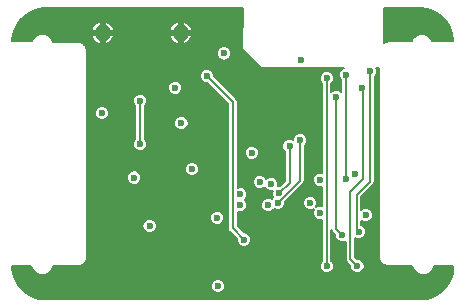
<source format=gbr>
G04 #@! TF.GenerationSoftware,KiCad,Pcbnew,(5.0.1-3-g963ef8bb5)*
G04 #@! TF.CreationDate,2019-06-21T09:44:15-10:00*
G04 #@! TF.ProjectId,OpenHAK_03,4F70656E48414B5F30332E6B69636164,rev?*
G04 #@! TF.SameCoordinates,Original*
G04 #@! TF.FileFunction,Copper,L3,Inr,Signal*
G04 #@! TF.FilePolarity,Positive*
%FSLAX46Y46*%
G04 Gerber Fmt 4.6, Leading zero omitted, Abs format (unit mm)*
G04 Created by KiCad (PCBNEW (5.0.1-3-g963ef8bb5)) date Friday, June 21, 2019 at 09:44:15 AM*
%MOMM*%
%LPD*%
G01*
G04 APERTURE LIST*
G04 #@! TA.AperFunction,ViaPad*
%ADD10O,1.400000X1.400000*%
G04 #@! TD*
G04 #@! TA.AperFunction,ViaPad*
%ADD11C,0.600000*%
G04 #@! TD*
G04 #@! TA.AperFunction,Conductor*
%ADD12C,0.200000*%
G04 #@! TD*
G04 #@! TA.AperFunction,Conductor*
%ADD13C,0.180000*%
G04 #@! TD*
G04 APERTURE END LIST*
D10*
G04 #@! TO.N,GND*
G04 #@! TO.C,P2*
X135984220Y-87945647D03*
X129384220Y-87945647D03*
G04 #@! TD*
D11*
G04 #@! TO.N,GND*
X125740880Y-88293860D03*
X122740880Y-88293860D03*
X122740880Y-108093860D03*
X125740880Y-108093860D03*
X155040880Y-108093860D03*
X158040880Y-108093860D03*
X157940880Y-88293860D03*
X154940880Y-88293860D03*
X143962120Y-92710000D03*
X147245879Y-96616061D03*
X139324100Y-95603060D03*
X135415880Y-99543860D03*
X136965880Y-100518860D03*
X151593860Y-102193860D03*
G04 #@! TO.N,VDD*
X139639205Y-89692124D03*
X143640872Y-100768860D03*
X139065880Y-103593860D03*
X147740880Y-100393860D03*
X151640880Y-103393860D03*
X139140880Y-109393860D03*
X150740880Y-99893852D03*
X133340880Y-104293860D03*
G04 #@! TO.N,VPP*
X136040880Y-95593860D03*
X132040880Y-100193860D03*
G04 #@! TO.N,/MAX_INT*
X146143980Y-90228420D03*
X141990880Y-98093860D03*
G04 #@! TO.N,/BMI_INT2*
X149990880Y-91493860D03*
X149963070Y-100294368D03*
G04 #@! TO.N,/BMI_INT1*
X152000000Y-91200000D03*
X151040880Y-104793860D03*
G04 #@! TO.N,Net-(D3-Pad3)*
X135515880Y-92593860D03*
X129315880Y-94743860D03*
G04 #@! TO.N,Net-(R13-Pad1)*
X132540880Y-93693860D03*
X132540880Y-97368860D03*
G04 #@! TO.N,+1V8*
X143390880Y-102543860D03*
X142665880Y-100568860D03*
X136940880Y-99493860D03*
G04 #@! TO.N,/1V8_SCL*
X141015880Y-102543870D03*
G04 #@! TO.N,/3V3_SCL*
X144219234Y-102334559D03*
X146090880Y-97043858D03*
X146940880Y-102343860D03*
G04 #@! TO.N,/1V8_SDA*
X141015874Y-101618860D03*
G04 #@! TO.N,/3V3_SDA*
X144340880Y-101543860D03*
X145190876Y-97543860D03*
X147740880Y-103193860D03*
G04 #@! TO.N,/PIN_25*
X148340880Y-107693862D03*
X148340884Y-91793860D03*
G04 #@! TO.N,Net-(C10-Pad1)*
X138190880Y-91593860D03*
X141340880Y-105443860D03*
G04 #@! TO.N,/PIN_24*
X149140880Y-93393860D03*
X149640880Y-105093860D03*
G04 #@! TO.N,/PIN_21*
X151340880Y-92593860D03*
X150940880Y-107693860D03*
G04 #@! TD*
D12*
G04 #@! TO.N,/BMI_INT2*
X149940880Y-91543860D02*
X149940880Y-100343860D01*
X149940880Y-100343860D02*
X149990880Y-100293860D01*
X149990880Y-91493860D02*
X149940880Y-91543860D01*
G04 #@! TO.N,/BMI_INT1*
X150880000Y-104632980D02*
X150880000Y-101654740D01*
X152000000Y-100534740D02*
X152000000Y-91200000D01*
X150880000Y-101654740D02*
X152000000Y-100534740D01*
X151040880Y-104793860D02*
X150880000Y-104632980D01*
G04 #@! TO.N,Net-(R13-Pad1)*
X132540880Y-97368860D02*
X132540880Y-93693860D01*
D13*
G04 #@! TO.N,/3V3_SCL*
X146090880Y-100462913D02*
X146090880Y-97043858D01*
X144219234Y-102334559D02*
X146090880Y-100462913D01*
D12*
G04 #@! TO.N,/3V3_SDA*
X144340880Y-101543860D02*
X145190876Y-100693864D01*
X145190876Y-100693864D02*
X145190876Y-97543860D01*
G04 #@! TO.N,/PIN_25*
X148340880Y-107693862D02*
X148340880Y-91793864D01*
X148340880Y-91793864D02*
X148340884Y-91793860D01*
G04 #@! TO.N,Net-(C10-Pad1)*
X140390881Y-104493861D02*
X141340880Y-105443860D01*
X140390881Y-93793861D02*
X140390881Y-104493861D01*
X138190880Y-91593860D02*
X140390881Y-93793861D01*
G04 #@! TO.N,/PIN_24*
X149140880Y-104593860D02*
X149640880Y-105093860D01*
X149140880Y-93393860D02*
X149140880Y-104593860D01*
G04 #@! TO.N,/PIN_21*
X150340880Y-107093860D02*
X150940880Y-107693860D01*
X150340880Y-101393860D02*
X150340880Y-107093860D01*
X151440880Y-100293860D02*
X150340880Y-101393860D01*
X151440880Y-92693860D02*
X151440880Y-100293860D01*
X151340880Y-92593860D02*
X151440880Y-92693860D01*
G04 #@! TD*
G04 #@! TO.N,GND*
G36*
X141204884Y-89302915D02*
X141212492Y-89342128D01*
X141234169Y-89374571D01*
X142758169Y-90898571D01*
X142790612Y-90920248D01*
X142828880Y-90927860D01*
X149789449Y-90927860D01*
X149651007Y-90985204D01*
X149482224Y-91153987D01*
X149390880Y-91374513D01*
X149390880Y-91613207D01*
X149482224Y-91833733D01*
X149540880Y-91892389D01*
X149540880Y-92945331D01*
X149480753Y-92885204D01*
X149260227Y-92793860D01*
X149021533Y-92793860D01*
X148801007Y-92885204D01*
X148740880Y-92945331D01*
X148740880Y-92242393D01*
X148849540Y-92133733D01*
X148940884Y-91913207D01*
X148940884Y-91674513D01*
X148849540Y-91453987D01*
X148680757Y-91285204D01*
X148460231Y-91193860D01*
X148221537Y-91193860D01*
X148001011Y-91285204D01*
X147832228Y-91453987D01*
X147740884Y-91674513D01*
X147740884Y-91913207D01*
X147832228Y-92133733D01*
X147940881Y-92242386D01*
X147940880Y-99827267D01*
X147860227Y-99793860D01*
X147621533Y-99793860D01*
X147401007Y-99885204D01*
X147232224Y-100053987D01*
X147140880Y-100274513D01*
X147140880Y-100513207D01*
X147232224Y-100733733D01*
X147401007Y-100902516D01*
X147621533Y-100993860D01*
X147860227Y-100993860D01*
X147940880Y-100960453D01*
X147940880Y-102627267D01*
X147860227Y-102593860D01*
X147621533Y-102593860D01*
X147458851Y-102661244D01*
X147540880Y-102463207D01*
X147540880Y-102224513D01*
X147449536Y-102003987D01*
X147280753Y-101835204D01*
X147060227Y-101743860D01*
X146821533Y-101743860D01*
X146601007Y-101835204D01*
X146432224Y-102003987D01*
X146340880Y-102224513D01*
X146340880Y-102463207D01*
X146432224Y-102683733D01*
X146601007Y-102852516D01*
X146821533Y-102943860D01*
X147060227Y-102943860D01*
X147222909Y-102876476D01*
X147140880Y-103074513D01*
X147140880Y-103313207D01*
X147232224Y-103533733D01*
X147401007Y-103702516D01*
X147621533Y-103793860D01*
X147860227Y-103793860D01*
X147940880Y-103760453D01*
X147940880Y-107245333D01*
X147832224Y-107353989D01*
X147740880Y-107574515D01*
X147740880Y-107813209D01*
X147832224Y-108033735D01*
X148001007Y-108202518D01*
X148221533Y-108293862D01*
X148460227Y-108293862D01*
X148680753Y-108202518D01*
X148849536Y-108033735D01*
X148940880Y-107813209D01*
X148940880Y-107574515D01*
X148849536Y-107353989D01*
X148740880Y-107245333D01*
X148740880Y-104633254D01*
X148764089Y-104749931D01*
X148764090Y-104749932D01*
X148852497Y-104882244D01*
X148885896Y-104904560D01*
X149040880Y-105059544D01*
X149040880Y-105213207D01*
X149132224Y-105433733D01*
X149301007Y-105602516D01*
X149521533Y-105693860D01*
X149760227Y-105693860D01*
X149940881Y-105619031D01*
X149940881Y-107054462D01*
X149933044Y-107093860D01*
X149964089Y-107249931D01*
X149964090Y-107249932D01*
X150052497Y-107382244D01*
X150085896Y-107404560D01*
X150340880Y-107659545D01*
X150340880Y-107813207D01*
X150432224Y-108033733D01*
X150601007Y-108202516D01*
X150821533Y-108293860D01*
X151060227Y-108293860D01*
X151280753Y-108202516D01*
X151449536Y-108033733D01*
X151540880Y-107813207D01*
X151540880Y-107574513D01*
X151449536Y-107353987D01*
X151280753Y-107185204D01*
X151060227Y-107093860D01*
X150906565Y-107093860D01*
X150740880Y-106928176D01*
X150740880Y-105319032D01*
X150921533Y-105393860D01*
X151160227Y-105393860D01*
X151380753Y-105302516D01*
X151549536Y-105133733D01*
X151640880Y-104913207D01*
X151640880Y-104674513D01*
X151549536Y-104453987D01*
X151380753Y-104285204D01*
X151280000Y-104243471D01*
X151280000Y-103881509D01*
X151301007Y-103902516D01*
X151521533Y-103993860D01*
X151760227Y-103993860D01*
X151980753Y-103902516D01*
X152149536Y-103733733D01*
X152240880Y-103513207D01*
X152240880Y-103274513D01*
X152149536Y-103053987D01*
X151980753Y-102885204D01*
X151760227Y-102793860D01*
X151521533Y-102793860D01*
X151301007Y-102885204D01*
X151280000Y-102906211D01*
X151280000Y-101820424D01*
X152254988Y-100845438D01*
X152288384Y-100823124D01*
X152376791Y-100690812D01*
X152400000Y-100574134D01*
X152400000Y-100574133D01*
X152407836Y-100534741D01*
X152400000Y-100495348D01*
X152400000Y-91648529D01*
X152508656Y-91539873D01*
X152600000Y-91319347D01*
X152600000Y-91080653D01*
X152536712Y-90927860D01*
X152726040Y-90927860D01*
X152726041Y-106874411D01*
X152733245Y-106910628D01*
X152733245Y-106910639D01*
X152771915Y-107105042D01*
X152771915Y-107105043D01*
X152827908Y-107240222D01*
X152938029Y-107405030D01*
X152971872Y-107438872D01*
X153041491Y-107508491D01*
X153206298Y-107618612D01*
X153244677Y-107634509D01*
X153341478Y-107674606D01*
X153535882Y-107713275D01*
X153682199Y-107713275D01*
X153683201Y-107712860D01*
X155596071Y-107712860D01*
X155727225Y-108029495D01*
X155990245Y-108292515D01*
X156333897Y-108434860D01*
X156705863Y-108434860D01*
X157049515Y-108292515D01*
X157312535Y-108029495D01*
X157443689Y-107712860D01*
X159022948Y-107712860D01*
X159058757Y-107719983D01*
X159061727Y-107734915D01*
X158994005Y-108338675D01*
X158788890Y-108927685D01*
X158458379Y-109456613D01*
X158018897Y-109899174D01*
X157492287Y-110233370D01*
X156904724Y-110442592D01*
X156265121Y-110518860D01*
X124536846Y-110518860D01*
X123896065Y-110446985D01*
X123307055Y-110241870D01*
X122778127Y-109911359D01*
X122335566Y-109471877D01*
X122210316Y-109274513D01*
X138540880Y-109274513D01*
X138540880Y-109513207D01*
X138632224Y-109733733D01*
X138801007Y-109902516D01*
X139021533Y-109993860D01*
X139260227Y-109993860D01*
X139480753Y-109902516D01*
X139649536Y-109733733D01*
X139740880Y-109513207D01*
X139740880Y-109274513D01*
X139649536Y-109053987D01*
X139480753Y-108885204D01*
X139260227Y-108793860D01*
X139021533Y-108793860D01*
X138801007Y-108885204D01*
X138632224Y-109053987D01*
X138540880Y-109274513D01*
X122210316Y-109274513D01*
X122001370Y-108945267D01*
X121792148Y-108357704D01*
X121718690Y-107741666D01*
X121723003Y-107719983D01*
X121758812Y-107712860D01*
X123338071Y-107712860D01*
X123469225Y-108029495D01*
X123732245Y-108292515D01*
X124075897Y-108434860D01*
X124447863Y-108434860D01*
X124791515Y-108292515D01*
X125054535Y-108029495D01*
X125182533Y-107720480D01*
X127229971Y-107720480D01*
X127266193Y-107713275D01*
X127266199Y-107713275D01*
X127460602Y-107674605D01*
X127460603Y-107674605D01*
X127595782Y-107618612D01*
X127760590Y-107508491D01*
X127830208Y-107438872D01*
X127864051Y-107405029D01*
X127974172Y-107240222D01*
X128008012Y-107158525D01*
X128030166Y-107105042D01*
X128068835Y-106910638D01*
X128068835Y-106910633D01*
X128076040Y-106874411D01*
X128076040Y-104174513D01*
X132740880Y-104174513D01*
X132740880Y-104413207D01*
X132832224Y-104633733D01*
X133001007Y-104802516D01*
X133221533Y-104893860D01*
X133460227Y-104893860D01*
X133680753Y-104802516D01*
X133849536Y-104633733D01*
X133940880Y-104413207D01*
X133940880Y-104174513D01*
X133849536Y-103953987D01*
X133680753Y-103785204D01*
X133460227Y-103693860D01*
X133221533Y-103693860D01*
X133001007Y-103785204D01*
X132832224Y-103953987D01*
X132740880Y-104174513D01*
X128076040Y-104174513D01*
X128076040Y-103474513D01*
X138465880Y-103474513D01*
X138465880Y-103713207D01*
X138557224Y-103933733D01*
X138726007Y-104102516D01*
X138946533Y-104193860D01*
X139185227Y-104193860D01*
X139405753Y-104102516D01*
X139574536Y-103933733D01*
X139665880Y-103713207D01*
X139665880Y-103474513D01*
X139574536Y-103253987D01*
X139405753Y-103085204D01*
X139185227Y-102993860D01*
X138946533Y-102993860D01*
X138726007Y-103085204D01*
X138557224Y-103253987D01*
X138465880Y-103474513D01*
X128076040Y-103474513D01*
X128076040Y-100074513D01*
X131440880Y-100074513D01*
X131440880Y-100313207D01*
X131532224Y-100533733D01*
X131701007Y-100702516D01*
X131921533Y-100793860D01*
X132160227Y-100793860D01*
X132380753Y-100702516D01*
X132549536Y-100533733D01*
X132640880Y-100313207D01*
X132640880Y-100074513D01*
X132549536Y-99853987D01*
X132380753Y-99685204D01*
X132160227Y-99593860D01*
X131921533Y-99593860D01*
X131701007Y-99685204D01*
X131532224Y-99853987D01*
X131440880Y-100074513D01*
X128076040Y-100074513D01*
X128076040Y-99374513D01*
X136340880Y-99374513D01*
X136340880Y-99613207D01*
X136432224Y-99833733D01*
X136601007Y-100002516D01*
X136821533Y-100093860D01*
X137060227Y-100093860D01*
X137280753Y-100002516D01*
X137449536Y-99833733D01*
X137540880Y-99613207D01*
X137540880Y-99374513D01*
X137449536Y-99153987D01*
X137280753Y-98985204D01*
X137060227Y-98893860D01*
X136821533Y-98893860D01*
X136601007Y-98985204D01*
X136432224Y-99153987D01*
X136340880Y-99374513D01*
X128076040Y-99374513D01*
X128076040Y-94624513D01*
X128715880Y-94624513D01*
X128715880Y-94863207D01*
X128807224Y-95083733D01*
X128976007Y-95252516D01*
X129196533Y-95343860D01*
X129435227Y-95343860D01*
X129655753Y-95252516D01*
X129824536Y-95083733D01*
X129915880Y-94863207D01*
X129915880Y-94624513D01*
X129824536Y-94403987D01*
X129655753Y-94235204D01*
X129435227Y-94143860D01*
X129196533Y-94143860D01*
X128976007Y-94235204D01*
X128807224Y-94403987D01*
X128715880Y-94624513D01*
X128076040Y-94624513D01*
X128076040Y-93574513D01*
X131940880Y-93574513D01*
X131940880Y-93813207D01*
X132032224Y-94033733D01*
X132140881Y-94142390D01*
X132140880Y-96920331D01*
X132032224Y-97028987D01*
X131940880Y-97249513D01*
X131940880Y-97488207D01*
X132032224Y-97708733D01*
X132201007Y-97877516D01*
X132421533Y-97968860D01*
X132660227Y-97968860D01*
X132880753Y-97877516D01*
X133049536Y-97708733D01*
X133140880Y-97488207D01*
X133140880Y-97249513D01*
X133049536Y-97028987D01*
X132940880Y-96920331D01*
X132940880Y-95474513D01*
X135440880Y-95474513D01*
X135440880Y-95713207D01*
X135532224Y-95933733D01*
X135701007Y-96102516D01*
X135921533Y-96193860D01*
X136160227Y-96193860D01*
X136380753Y-96102516D01*
X136549536Y-95933733D01*
X136640880Y-95713207D01*
X136640880Y-95474513D01*
X136549536Y-95253987D01*
X136380753Y-95085204D01*
X136160227Y-94993860D01*
X135921533Y-94993860D01*
X135701007Y-95085204D01*
X135532224Y-95253987D01*
X135440880Y-95474513D01*
X132940880Y-95474513D01*
X132940880Y-94142389D01*
X133049536Y-94033733D01*
X133140880Y-93813207D01*
X133140880Y-93574513D01*
X133049536Y-93353987D01*
X132880753Y-93185204D01*
X132660227Y-93093860D01*
X132421533Y-93093860D01*
X132201007Y-93185204D01*
X132032224Y-93353987D01*
X131940880Y-93574513D01*
X128076040Y-93574513D01*
X128076040Y-92474513D01*
X134915880Y-92474513D01*
X134915880Y-92713207D01*
X135007224Y-92933733D01*
X135176007Y-93102516D01*
X135396533Y-93193860D01*
X135635227Y-93193860D01*
X135855753Y-93102516D01*
X136024536Y-92933733D01*
X136115880Y-92713207D01*
X136115880Y-92474513D01*
X136024536Y-92253987D01*
X135855753Y-92085204D01*
X135635227Y-91993860D01*
X135396533Y-91993860D01*
X135176007Y-92085204D01*
X135007224Y-92253987D01*
X134915880Y-92474513D01*
X128076040Y-92474513D01*
X128076040Y-91474513D01*
X137590880Y-91474513D01*
X137590880Y-91713207D01*
X137682224Y-91933733D01*
X137851007Y-92102516D01*
X138071533Y-92193860D01*
X138225196Y-92193860D01*
X139990881Y-93959547D01*
X139990882Y-104454462D01*
X139983045Y-104493861D01*
X140014090Y-104649932D01*
X140014091Y-104649933D01*
X140102498Y-104782245D01*
X140135897Y-104804561D01*
X140740880Y-105409545D01*
X140740880Y-105563207D01*
X140832224Y-105783733D01*
X141001007Y-105952516D01*
X141221533Y-106043860D01*
X141460227Y-106043860D01*
X141680753Y-105952516D01*
X141849536Y-105783733D01*
X141940880Y-105563207D01*
X141940880Y-105324513D01*
X141849536Y-105103987D01*
X141680753Y-104935204D01*
X141460227Y-104843860D01*
X141306565Y-104843860D01*
X140790881Y-104328177D01*
X140790881Y-103100108D01*
X140896533Y-103143870D01*
X141135227Y-103143870D01*
X141355753Y-103052526D01*
X141524536Y-102883743D01*
X141615880Y-102663217D01*
X141615880Y-102424523D01*
X141524536Y-102203997D01*
X141401901Y-102081362D01*
X141524530Y-101958733D01*
X141615874Y-101738207D01*
X141615874Y-101499513D01*
X141524530Y-101278987D01*
X141355747Y-101110204D01*
X141135221Y-101018860D01*
X140896527Y-101018860D01*
X140790881Y-101062620D01*
X140790881Y-100449513D01*
X142065880Y-100449513D01*
X142065880Y-100688207D01*
X142157224Y-100908733D01*
X142326007Y-101077516D01*
X142546533Y-101168860D01*
X142785227Y-101168860D01*
X143005753Y-101077516D01*
X143086033Y-100997236D01*
X143132216Y-101108733D01*
X143300999Y-101277516D01*
X143521525Y-101368860D01*
X143760219Y-101368860D01*
X143764701Y-101367004D01*
X143740880Y-101424513D01*
X143740880Y-101663207D01*
X143829092Y-101876172D01*
X143710578Y-101994686D01*
X143699207Y-102022137D01*
X143510227Y-101943860D01*
X143271533Y-101943860D01*
X143051007Y-102035204D01*
X142882224Y-102203987D01*
X142790880Y-102424513D01*
X142790880Y-102663207D01*
X142882224Y-102883733D01*
X143051007Y-103052516D01*
X143271533Y-103143860D01*
X143510227Y-103143860D01*
X143730753Y-103052516D01*
X143899536Y-102883733D01*
X143910907Y-102856282D01*
X144099887Y-102934559D01*
X144338581Y-102934559D01*
X144559107Y-102843215D01*
X144727890Y-102674432D01*
X144819234Y-102453906D01*
X144819234Y-102286102D01*
X146339495Y-100765842D01*
X146372054Y-100744087D01*
X146458251Y-100615083D01*
X146480880Y-100501321D01*
X146480880Y-100501317D01*
X146488519Y-100462914D01*
X146480880Y-100424511D01*
X146480880Y-97502387D01*
X146599536Y-97383731D01*
X146690880Y-97163205D01*
X146690880Y-96924511D01*
X146599536Y-96703985D01*
X146430753Y-96535202D01*
X146210227Y-96443858D01*
X145971533Y-96443858D01*
X145751007Y-96535202D01*
X145582224Y-96703985D01*
X145490880Y-96924511D01*
X145490880Y-97018690D01*
X145310223Y-96943860D01*
X145071529Y-96943860D01*
X144851003Y-97035204D01*
X144682220Y-97203987D01*
X144590876Y-97424513D01*
X144590876Y-97663207D01*
X144682220Y-97883733D01*
X144790877Y-97992390D01*
X144790876Y-100528179D01*
X144375196Y-100943860D01*
X144221533Y-100943860D01*
X144217051Y-100945716D01*
X144240872Y-100888207D01*
X144240872Y-100649513D01*
X144149528Y-100428987D01*
X143980745Y-100260204D01*
X143760219Y-100168860D01*
X143521525Y-100168860D01*
X143300999Y-100260204D01*
X143220719Y-100340484D01*
X143174536Y-100228987D01*
X143005753Y-100060204D01*
X142785227Y-99968860D01*
X142546533Y-99968860D01*
X142326007Y-100060204D01*
X142157224Y-100228987D01*
X142065880Y-100449513D01*
X140790881Y-100449513D01*
X140790881Y-97974513D01*
X141390880Y-97974513D01*
X141390880Y-98213207D01*
X141482224Y-98433733D01*
X141651007Y-98602516D01*
X141871533Y-98693860D01*
X142110227Y-98693860D01*
X142330753Y-98602516D01*
X142499536Y-98433733D01*
X142590880Y-98213207D01*
X142590880Y-97974513D01*
X142499536Y-97753987D01*
X142330753Y-97585204D01*
X142110227Y-97493860D01*
X141871533Y-97493860D01*
X141651007Y-97585204D01*
X141482224Y-97753987D01*
X141390880Y-97974513D01*
X140790881Y-97974513D01*
X140790881Y-93833253D01*
X140798717Y-93793860D01*
X140790881Y-93754467D01*
X140767672Y-93637789D01*
X140679265Y-93505477D01*
X140645869Y-93483163D01*
X138790880Y-91628176D01*
X138790880Y-91474513D01*
X138699536Y-91253987D01*
X138530753Y-91085204D01*
X138310227Y-90993860D01*
X138071533Y-90993860D01*
X137851007Y-91085204D01*
X137682224Y-91253987D01*
X137590880Y-91474513D01*
X128076040Y-91474513D01*
X128076040Y-89572777D01*
X139039205Y-89572777D01*
X139039205Y-89811471D01*
X139130549Y-90031997D01*
X139299332Y-90200780D01*
X139519858Y-90292124D01*
X139758552Y-90292124D01*
X139979078Y-90200780D01*
X140147861Y-90031997D01*
X140239205Y-89811471D01*
X140239205Y-89572777D01*
X140147861Y-89352251D01*
X139979078Y-89183468D01*
X139758552Y-89092124D01*
X139519858Y-89092124D01*
X139299332Y-89183468D01*
X139130549Y-89352251D01*
X139039205Y-89572777D01*
X128076040Y-89572777D01*
X128076040Y-89528549D01*
X128068835Y-89492327D01*
X128068835Y-89492322D01*
X128030166Y-89297918D01*
X127991179Y-89203797D01*
X127974172Y-89162738D01*
X127864051Y-88997931D01*
X127799218Y-88933098D01*
X127760590Y-88894469D01*
X127595782Y-88784348D01*
X127460603Y-88728355D01*
X127460602Y-88728355D01*
X127266199Y-88689685D01*
X127266193Y-88689685D01*
X127229971Y-88682480D01*
X125136241Y-88682480D01*
X125054535Y-88485225D01*
X124821629Y-88252319D01*
X128432405Y-88252319D01*
X128494321Y-88401842D01*
X128736639Y-88707666D01*
X129077545Y-88897479D01*
X129230220Y-88858735D01*
X129230220Y-88099647D01*
X129538220Y-88099647D01*
X129538220Y-88858735D01*
X129690895Y-88897479D01*
X130031801Y-88707666D01*
X130274119Y-88401842D01*
X130336035Y-88252319D01*
X135032405Y-88252319D01*
X135094321Y-88401842D01*
X135336639Y-88707666D01*
X135677545Y-88897479D01*
X135830220Y-88858735D01*
X135830220Y-88099647D01*
X136138220Y-88099647D01*
X136138220Y-88858735D01*
X136290895Y-88897479D01*
X136631801Y-88707666D01*
X136874119Y-88401842D01*
X136936035Y-88252319D01*
X136896310Y-88099647D01*
X136138220Y-88099647D01*
X135830220Y-88099647D01*
X135072130Y-88099647D01*
X135032405Y-88252319D01*
X130336035Y-88252319D01*
X130296310Y-88099647D01*
X129538220Y-88099647D01*
X129230220Y-88099647D01*
X128472130Y-88099647D01*
X128432405Y-88252319D01*
X124821629Y-88252319D01*
X124791515Y-88222205D01*
X124447863Y-88079860D01*
X124075897Y-88079860D01*
X123732245Y-88222205D01*
X123469225Y-88485225D01*
X123390676Y-88674860D01*
X121758812Y-88674860D01*
X121723003Y-88667737D01*
X121720033Y-88652804D01*
X121787755Y-88049045D01*
X121930556Y-87638975D01*
X128432405Y-87638975D01*
X128472130Y-87791647D01*
X129230220Y-87791647D01*
X129230220Y-87032559D01*
X129538220Y-87032559D01*
X129538220Y-87791647D01*
X130296310Y-87791647D01*
X130336035Y-87638975D01*
X135032405Y-87638975D01*
X135072130Y-87791647D01*
X135830220Y-87791647D01*
X135830220Y-87032559D01*
X136138220Y-87032559D01*
X136138220Y-87791647D01*
X136896310Y-87791647D01*
X136936035Y-87638975D01*
X136874119Y-87489452D01*
X136631801Y-87183628D01*
X136290895Y-86993815D01*
X136138220Y-87032559D01*
X135830220Y-87032559D01*
X135677545Y-86993815D01*
X135336639Y-87183628D01*
X135094321Y-87489452D01*
X135032405Y-87638975D01*
X130336035Y-87638975D01*
X130274119Y-87489452D01*
X130031801Y-87183628D01*
X129690895Y-86993815D01*
X129538220Y-87032559D01*
X129230220Y-87032559D01*
X129077545Y-86993815D01*
X128736639Y-87183628D01*
X128494321Y-87489452D01*
X128432405Y-87638975D01*
X121930556Y-87638975D01*
X121992870Y-87460037D01*
X122323381Y-86931107D01*
X122762863Y-86488546D01*
X123289471Y-86154351D01*
X123877036Y-85945128D01*
X124516638Y-85868860D01*
X141237332Y-85868860D01*
X141204884Y-89302915D01*
X141204884Y-89302915D01*
G37*
X141204884Y-89302915D02*
X141212492Y-89342128D01*
X141234169Y-89374571D01*
X142758169Y-90898571D01*
X142790612Y-90920248D01*
X142828880Y-90927860D01*
X149789449Y-90927860D01*
X149651007Y-90985204D01*
X149482224Y-91153987D01*
X149390880Y-91374513D01*
X149390880Y-91613207D01*
X149482224Y-91833733D01*
X149540880Y-91892389D01*
X149540880Y-92945331D01*
X149480753Y-92885204D01*
X149260227Y-92793860D01*
X149021533Y-92793860D01*
X148801007Y-92885204D01*
X148740880Y-92945331D01*
X148740880Y-92242393D01*
X148849540Y-92133733D01*
X148940884Y-91913207D01*
X148940884Y-91674513D01*
X148849540Y-91453987D01*
X148680757Y-91285204D01*
X148460231Y-91193860D01*
X148221537Y-91193860D01*
X148001011Y-91285204D01*
X147832228Y-91453987D01*
X147740884Y-91674513D01*
X147740884Y-91913207D01*
X147832228Y-92133733D01*
X147940881Y-92242386D01*
X147940880Y-99827267D01*
X147860227Y-99793860D01*
X147621533Y-99793860D01*
X147401007Y-99885204D01*
X147232224Y-100053987D01*
X147140880Y-100274513D01*
X147140880Y-100513207D01*
X147232224Y-100733733D01*
X147401007Y-100902516D01*
X147621533Y-100993860D01*
X147860227Y-100993860D01*
X147940880Y-100960453D01*
X147940880Y-102627267D01*
X147860227Y-102593860D01*
X147621533Y-102593860D01*
X147458851Y-102661244D01*
X147540880Y-102463207D01*
X147540880Y-102224513D01*
X147449536Y-102003987D01*
X147280753Y-101835204D01*
X147060227Y-101743860D01*
X146821533Y-101743860D01*
X146601007Y-101835204D01*
X146432224Y-102003987D01*
X146340880Y-102224513D01*
X146340880Y-102463207D01*
X146432224Y-102683733D01*
X146601007Y-102852516D01*
X146821533Y-102943860D01*
X147060227Y-102943860D01*
X147222909Y-102876476D01*
X147140880Y-103074513D01*
X147140880Y-103313207D01*
X147232224Y-103533733D01*
X147401007Y-103702516D01*
X147621533Y-103793860D01*
X147860227Y-103793860D01*
X147940880Y-103760453D01*
X147940880Y-107245333D01*
X147832224Y-107353989D01*
X147740880Y-107574515D01*
X147740880Y-107813209D01*
X147832224Y-108033735D01*
X148001007Y-108202518D01*
X148221533Y-108293862D01*
X148460227Y-108293862D01*
X148680753Y-108202518D01*
X148849536Y-108033735D01*
X148940880Y-107813209D01*
X148940880Y-107574515D01*
X148849536Y-107353989D01*
X148740880Y-107245333D01*
X148740880Y-104633254D01*
X148764089Y-104749931D01*
X148764090Y-104749932D01*
X148852497Y-104882244D01*
X148885896Y-104904560D01*
X149040880Y-105059544D01*
X149040880Y-105213207D01*
X149132224Y-105433733D01*
X149301007Y-105602516D01*
X149521533Y-105693860D01*
X149760227Y-105693860D01*
X149940881Y-105619031D01*
X149940881Y-107054462D01*
X149933044Y-107093860D01*
X149964089Y-107249931D01*
X149964090Y-107249932D01*
X150052497Y-107382244D01*
X150085896Y-107404560D01*
X150340880Y-107659545D01*
X150340880Y-107813207D01*
X150432224Y-108033733D01*
X150601007Y-108202516D01*
X150821533Y-108293860D01*
X151060227Y-108293860D01*
X151280753Y-108202516D01*
X151449536Y-108033733D01*
X151540880Y-107813207D01*
X151540880Y-107574513D01*
X151449536Y-107353987D01*
X151280753Y-107185204D01*
X151060227Y-107093860D01*
X150906565Y-107093860D01*
X150740880Y-106928176D01*
X150740880Y-105319032D01*
X150921533Y-105393860D01*
X151160227Y-105393860D01*
X151380753Y-105302516D01*
X151549536Y-105133733D01*
X151640880Y-104913207D01*
X151640880Y-104674513D01*
X151549536Y-104453987D01*
X151380753Y-104285204D01*
X151280000Y-104243471D01*
X151280000Y-103881509D01*
X151301007Y-103902516D01*
X151521533Y-103993860D01*
X151760227Y-103993860D01*
X151980753Y-103902516D01*
X152149536Y-103733733D01*
X152240880Y-103513207D01*
X152240880Y-103274513D01*
X152149536Y-103053987D01*
X151980753Y-102885204D01*
X151760227Y-102793860D01*
X151521533Y-102793860D01*
X151301007Y-102885204D01*
X151280000Y-102906211D01*
X151280000Y-101820424D01*
X152254988Y-100845438D01*
X152288384Y-100823124D01*
X152376791Y-100690812D01*
X152400000Y-100574134D01*
X152400000Y-100574133D01*
X152407836Y-100534741D01*
X152400000Y-100495348D01*
X152400000Y-91648529D01*
X152508656Y-91539873D01*
X152600000Y-91319347D01*
X152600000Y-91080653D01*
X152536712Y-90927860D01*
X152726040Y-90927860D01*
X152726041Y-106874411D01*
X152733245Y-106910628D01*
X152733245Y-106910639D01*
X152771915Y-107105042D01*
X152771915Y-107105043D01*
X152827908Y-107240222D01*
X152938029Y-107405030D01*
X152971872Y-107438872D01*
X153041491Y-107508491D01*
X153206298Y-107618612D01*
X153244677Y-107634509D01*
X153341478Y-107674606D01*
X153535882Y-107713275D01*
X153682199Y-107713275D01*
X153683201Y-107712860D01*
X155596071Y-107712860D01*
X155727225Y-108029495D01*
X155990245Y-108292515D01*
X156333897Y-108434860D01*
X156705863Y-108434860D01*
X157049515Y-108292515D01*
X157312535Y-108029495D01*
X157443689Y-107712860D01*
X159022948Y-107712860D01*
X159058757Y-107719983D01*
X159061727Y-107734915D01*
X158994005Y-108338675D01*
X158788890Y-108927685D01*
X158458379Y-109456613D01*
X158018897Y-109899174D01*
X157492287Y-110233370D01*
X156904724Y-110442592D01*
X156265121Y-110518860D01*
X124536846Y-110518860D01*
X123896065Y-110446985D01*
X123307055Y-110241870D01*
X122778127Y-109911359D01*
X122335566Y-109471877D01*
X122210316Y-109274513D01*
X138540880Y-109274513D01*
X138540880Y-109513207D01*
X138632224Y-109733733D01*
X138801007Y-109902516D01*
X139021533Y-109993860D01*
X139260227Y-109993860D01*
X139480753Y-109902516D01*
X139649536Y-109733733D01*
X139740880Y-109513207D01*
X139740880Y-109274513D01*
X139649536Y-109053987D01*
X139480753Y-108885204D01*
X139260227Y-108793860D01*
X139021533Y-108793860D01*
X138801007Y-108885204D01*
X138632224Y-109053987D01*
X138540880Y-109274513D01*
X122210316Y-109274513D01*
X122001370Y-108945267D01*
X121792148Y-108357704D01*
X121718690Y-107741666D01*
X121723003Y-107719983D01*
X121758812Y-107712860D01*
X123338071Y-107712860D01*
X123469225Y-108029495D01*
X123732245Y-108292515D01*
X124075897Y-108434860D01*
X124447863Y-108434860D01*
X124791515Y-108292515D01*
X125054535Y-108029495D01*
X125182533Y-107720480D01*
X127229971Y-107720480D01*
X127266193Y-107713275D01*
X127266199Y-107713275D01*
X127460602Y-107674605D01*
X127460603Y-107674605D01*
X127595782Y-107618612D01*
X127760590Y-107508491D01*
X127830208Y-107438872D01*
X127864051Y-107405029D01*
X127974172Y-107240222D01*
X128008012Y-107158525D01*
X128030166Y-107105042D01*
X128068835Y-106910638D01*
X128068835Y-106910633D01*
X128076040Y-106874411D01*
X128076040Y-104174513D01*
X132740880Y-104174513D01*
X132740880Y-104413207D01*
X132832224Y-104633733D01*
X133001007Y-104802516D01*
X133221533Y-104893860D01*
X133460227Y-104893860D01*
X133680753Y-104802516D01*
X133849536Y-104633733D01*
X133940880Y-104413207D01*
X133940880Y-104174513D01*
X133849536Y-103953987D01*
X133680753Y-103785204D01*
X133460227Y-103693860D01*
X133221533Y-103693860D01*
X133001007Y-103785204D01*
X132832224Y-103953987D01*
X132740880Y-104174513D01*
X128076040Y-104174513D01*
X128076040Y-103474513D01*
X138465880Y-103474513D01*
X138465880Y-103713207D01*
X138557224Y-103933733D01*
X138726007Y-104102516D01*
X138946533Y-104193860D01*
X139185227Y-104193860D01*
X139405753Y-104102516D01*
X139574536Y-103933733D01*
X139665880Y-103713207D01*
X139665880Y-103474513D01*
X139574536Y-103253987D01*
X139405753Y-103085204D01*
X139185227Y-102993860D01*
X138946533Y-102993860D01*
X138726007Y-103085204D01*
X138557224Y-103253987D01*
X138465880Y-103474513D01*
X128076040Y-103474513D01*
X128076040Y-100074513D01*
X131440880Y-100074513D01*
X131440880Y-100313207D01*
X131532224Y-100533733D01*
X131701007Y-100702516D01*
X131921533Y-100793860D01*
X132160227Y-100793860D01*
X132380753Y-100702516D01*
X132549536Y-100533733D01*
X132640880Y-100313207D01*
X132640880Y-100074513D01*
X132549536Y-99853987D01*
X132380753Y-99685204D01*
X132160227Y-99593860D01*
X131921533Y-99593860D01*
X131701007Y-99685204D01*
X131532224Y-99853987D01*
X131440880Y-100074513D01*
X128076040Y-100074513D01*
X128076040Y-99374513D01*
X136340880Y-99374513D01*
X136340880Y-99613207D01*
X136432224Y-99833733D01*
X136601007Y-100002516D01*
X136821533Y-100093860D01*
X137060227Y-100093860D01*
X137280753Y-100002516D01*
X137449536Y-99833733D01*
X137540880Y-99613207D01*
X137540880Y-99374513D01*
X137449536Y-99153987D01*
X137280753Y-98985204D01*
X137060227Y-98893860D01*
X136821533Y-98893860D01*
X136601007Y-98985204D01*
X136432224Y-99153987D01*
X136340880Y-99374513D01*
X128076040Y-99374513D01*
X128076040Y-94624513D01*
X128715880Y-94624513D01*
X128715880Y-94863207D01*
X128807224Y-95083733D01*
X128976007Y-95252516D01*
X129196533Y-95343860D01*
X129435227Y-95343860D01*
X129655753Y-95252516D01*
X129824536Y-95083733D01*
X129915880Y-94863207D01*
X129915880Y-94624513D01*
X129824536Y-94403987D01*
X129655753Y-94235204D01*
X129435227Y-94143860D01*
X129196533Y-94143860D01*
X128976007Y-94235204D01*
X128807224Y-94403987D01*
X128715880Y-94624513D01*
X128076040Y-94624513D01*
X128076040Y-93574513D01*
X131940880Y-93574513D01*
X131940880Y-93813207D01*
X132032224Y-94033733D01*
X132140881Y-94142390D01*
X132140880Y-96920331D01*
X132032224Y-97028987D01*
X131940880Y-97249513D01*
X131940880Y-97488207D01*
X132032224Y-97708733D01*
X132201007Y-97877516D01*
X132421533Y-97968860D01*
X132660227Y-97968860D01*
X132880753Y-97877516D01*
X133049536Y-97708733D01*
X133140880Y-97488207D01*
X133140880Y-97249513D01*
X133049536Y-97028987D01*
X132940880Y-96920331D01*
X132940880Y-95474513D01*
X135440880Y-95474513D01*
X135440880Y-95713207D01*
X135532224Y-95933733D01*
X135701007Y-96102516D01*
X135921533Y-96193860D01*
X136160227Y-96193860D01*
X136380753Y-96102516D01*
X136549536Y-95933733D01*
X136640880Y-95713207D01*
X136640880Y-95474513D01*
X136549536Y-95253987D01*
X136380753Y-95085204D01*
X136160227Y-94993860D01*
X135921533Y-94993860D01*
X135701007Y-95085204D01*
X135532224Y-95253987D01*
X135440880Y-95474513D01*
X132940880Y-95474513D01*
X132940880Y-94142389D01*
X133049536Y-94033733D01*
X133140880Y-93813207D01*
X133140880Y-93574513D01*
X133049536Y-93353987D01*
X132880753Y-93185204D01*
X132660227Y-93093860D01*
X132421533Y-93093860D01*
X132201007Y-93185204D01*
X132032224Y-93353987D01*
X131940880Y-93574513D01*
X128076040Y-93574513D01*
X128076040Y-92474513D01*
X134915880Y-92474513D01*
X134915880Y-92713207D01*
X135007224Y-92933733D01*
X135176007Y-93102516D01*
X135396533Y-93193860D01*
X135635227Y-93193860D01*
X135855753Y-93102516D01*
X136024536Y-92933733D01*
X136115880Y-92713207D01*
X136115880Y-92474513D01*
X136024536Y-92253987D01*
X135855753Y-92085204D01*
X135635227Y-91993860D01*
X135396533Y-91993860D01*
X135176007Y-92085204D01*
X135007224Y-92253987D01*
X134915880Y-92474513D01*
X128076040Y-92474513D01*
X128076040Y-91474513D01*
X137590880Y-91474513D01*
X137590880Y-91713207D01*
X137682224Y-91933733D01*
X137851007Y-92102516D01*
X138071533Y-92193860D01*
X138225196Y-92193860D01*
X139990881Y-93959547D01*
X139990882Y-104454462D01*
X139983045Y-104493861D01*
X140014090Y-104649932D01*
X140014091Y-104649933D01*
X140102498Y-104782245D01*
X140135897Y-104804561D01*
X140740880Y-105409545D01*
X140740880Y-105563207D01*
X140832224Y-105783733D01*
X141001007Y-105952516D01*
X141221533Y-106043860D01*
X141460227Y-106043860D01*
X141680753Y-105952516D01*
X141849536Y-105783733D01*
X141940880Y-105563207D01*
X141940880Y-105324513D01*
X141849536Y-105103987D01*
X141680753Y-104935204D01*
X141460227Y-104843860D01*
X141306565Y-104843860D01*
X140790881Y-104328177D01*
X140790881Y-103100108D01*
X140896533Y-103143870D01*
X141135227Y-103143870D01*
X141355753Y-103052526D01*
X141524536Y-102883743D01*
X141615880Y-102663217D01*
X141615880Y-102424523D01*
X141524536Y-102203997D01*
X141401901Y-102081362D01*
X141524530Y-101958733D01*
X141615874Y-101738207D01*
X141615874Y-101499513D01*
X141524530Y-101278987D01*
X141355747Y-101110204D01*
X141135221Y-101018860D01*
X140896527Y-101018860D01*
X140790881Y-101062620D01*
X140790881Y-100449513D01*
X142065880Y-100449513D01*
X142065880Y-100688207D01*
X142157224Y-100908733D01*
X142326007Y-101077516D01*
X142546533Y-101168860D01*
X142785227Y-101168860D01*
X143005753Y-101077516D01*
X143086033Y-100997236D01*
X143132216Y-101108733D01*
X143300999Y-101277516D01*
X143521525Y-101368860D01*
X143760219Y-101368860D01*
X143764701Y-101367004D01*
X143740880Y-101424513D01*
X143740880Y-101663207D01*
X143829092Y-101876172D01*
X143710578Y-101994686D01*
X143699207Y-102022137D01*
X143510227Y-101943860D01*
X143271533Y-101943860D01*
X143051007Y-102035204D01*
X142882224Y-102203987D01*
X142790880Y-102424513D01*
X142790880Y-102663207D01*
X142882224Y-102883733D01*
X143051007Y-103052516D01*
X143271533Y-103143860D01*
X143510227Y-103143860D01*
X143730753Y-103052516D01*
X143899536Y-102883733D01*
X143910907Y-102856282D01*
X144099887Y-102934559D01*
X144338581Y-102934559D01*
X144559107Y-102843215D01*
X144727890Y-102674432D01*
X144819234Y-102453906D01*
X144819234Y-102286102D01*
X146339495Y-100765842D01*
X146372054Y-100744087D01*
X146458251Y-100615083D01*
X146480880Y-100501321D01*
X146480880Y-100501317D01*
X146488519Y-100462914D01*
X146480880Y-100424511D01*
X146480880Y-97502387D01*
X146599536Y-97383731D01*
X146690880Y-97163205D01*
X146690880Y-96924511D01*
X146599536Y-96703985D01*
X146430753Y-96535202D01*
X146210227Y-96443858D01*
X145971533Y-96443858D01*
X145751007Y-96535202D01*
X145582224Y-96703985D01*
X145490880Y-96924511D01*
X145490880Y-97018690D01*
X145310223Y-96943860D01*
X145071529Y-96943860D01*
X144851003Y-97035204D01*
X144682220Y-97203987D01*
X144590876Y-97424513D01*
X144590876Y-97663207D01*
X144682220Y-97883733D01*
X144790877Y-97992390D01*
X144790876Y-100528179D01*
X144375196Y-100943860D01*
X144221533Y-100943860D01*
X144217051Y-100945716D01*
X144240872Y-100888207D01*
X144240872Y-100649513D01*
X144149528Y-100428987D01*
X143980745Y-100260204D01*
X143760219Y-100168860D01*
X143521525Y-100168860D01*
X143300999Y-100260204D01*
X143220719Y-100340484D01*
X143174536Y-100228987D01*
X143005753Y-100060204D01*
X142785227Y-99968860D01*
X142546533Y-99968860D01*
X142326007Y-100060204D01*
X142157224Y-100228987D01*
X142065880Y-100449513D01*
X140790881Y-100449513D01*
X140790881Y-97974513D01*
X141390880Y-97974513D01*
X141390880Y-98213207D01*
X141482224Y-98433733D01*
X141651007Y-98602516D01*
X141871533Y-98693860D01*
X142110227Y-98693860D01*
X142330753Y-98602516D01*
X142499536Y-98433733D01*
X142590880Y-98213207D01*
X142590880Y-97974513D01*
X142499536Y-97753987D01*
X142330753Y-97585204D01*
X142110227Y-97493860D01*
X141871533Y-97493860D01*
X141651007Y-97585204D01*
X141482224Y-97753987D01*
X141390880Y-97974513D01*
X140790881Y-97974513D01*
X140790881Y-93833253D01*
X140798717Y-93793860D01*
X140790881Y-93754467D01*
X140767672Y-93637789D01*
X140679265Y-93505477D01*
X140645869Y-93483163D01*
X138790880Y-91628176D01*
X138790880Y-91474513D01*
X138699536Y-91253987D01*
X138530753Y-91085204D01*
X138310227Y-90993860D01*
X138071533Y-90993860D01*
X137851007Y-91085204D01*
X137682224Y-91253987D01*
X137590880Y-91474513D01*
X128076040Y-91474513D01*
X128076040Y-89572777D01*
X139039205Y-89572777D01*
X139039205Y-89811471D01*
X139130549Y-90031997D01*
X139299332Y-90200780D01*
X139519858Y-90292124D01*
X139758552Y-90292124D01*
X139979078Y-90200780D01*
X140147861Y-90031997D01*
X140239205Y-89811471D01*
X140239205Y-89572777D01*
X140147861Y-89352251D01*
X139979078Y-89183468D01*
X139758552Y-89092124D01*
X139519858Y-89092124D01*
X139299332Y-89183468D01*
X139130549Y-89352251D01*
X139039205Y-89572777D01*
X128076040Y-89572777D01*
X128076040Y-89528549D01*
X128068835Y-89492327D01*
X128068835Y-89492322D01*
X128030166Y-89297918D01*
X127991179Y-89203797D01*
X127974172Y-89162738D01*
X127864051Y-88997931D01*
X127799218Y-88933098D01*
X127760590Y-88894469D01*
X127595782Y-88784348D01*
X127460603Y-88728355D01*
X127460602Y-88728355D01*
X127266199Y-88689685D01*
X127266193Y-88689685D01*
X127229971Y-88682480D01*
X125136241Y-88682480D01*
X125054535Y-88485225D01*
X124821629Y-88252319D01*
X128432405Y-88252319D01*
X128494321Y-88401842D01*
X128736639Y-88707666D01*
X129077545Y-88897479D01*
X129230220Y-88858735D01*
X129230220Y-88099647D01*
X129538220Y-88099647D01*
X129538220Y-88858735D01*
X129690895Y-88897479D01*
X130031801Y-88707666D01*
X130274119Y-88401842D01*
X130336035Y-88252319D01*
X135032405Y-88252319D01*
X135094321Y-88401842D01*
X135336639Y-88707666D01*
X135677545Y-88897479D01*
X135830220Y-88858735D01*
X135830220Y-88099647D01*
X136138220Y-88099647D01*
X136138220Y-88858735D01*
X136290895Y-88897479D01*
X136631801Y-88707666D01*
X136874119Y-88401842D01*
X136936035Y-88252319D01*
X136896310Y-88099647D01*
X136138220Y-88099647D01*
X135830220Y-88099647D01*
X135072130Y-88099647D01*
X135032405Y-88252319D01*
X130336035Y-88252319D01*
X130296310Y-88099647D01*
X129538220Y-88099647D01*
X129230220Y-88099647D01*
X128472130Y-88099647D01*
X128432405Y-88252319D01*
X124821629Y-88252319D01*
X124791515Y-88222205D01*
X124447863Y-88079860D01*
X124075897Y-88079860D01*
X123732245Y-88222205D01*
X123469225Y-88485225D01*
X123390676Y-88674860D01*
X121758812Y-88674860D01*
X121723003Y-88667737D01*
X121720033Y-88652804D01*
X121787755Y-88049045D01*
X121930556Y-87638975D01*
X128432405Y-87638975D01*
X128472130Y-87791647D01*
X129230220Y-87791647D01*
X129230220Y-87032559D01*
X129538220Y-87032559D01*
X129538220Y-87791647D01*
X130296310Y-87791647D01*
X130336035Y-87638975D01*
X135032405Y-87638975D01*
X135072130Y-87791647D01*
X135830220Y-87791647D01*
X135830220Y-87032559D01*
X136138220Y-87032559D01*
X136138220Y-87791647D01*
X136896310Y-87791647D01*
X136936035Y-87638975D01*
X136874119Y-87489452D01*
X136631801Y-87183628D01*
X136290895Y-86993815D01*
X136138220Y-87032559D01*
X135830220Y-87032559D01*
X135677545Y-86993815D01*
X135336639Y-87183628D01*
X135094321Y-87489452D01*
X135032405Y-87638975D01*
X130336035Y-87638975D01*
X130274119Y-87489452D01*
X130031801Y-87183628D01*
X129690895Y-86993815D01*
X129538220Y-87032559D01*
X129230220Y-87032559D01*
X129077545Y-86993815D01*
X128736639Y-87183628D01*
X128494321Y-87489452D01*
X128432405Y-87638975D01*
X121930556Y-87638975D01*
X121992870Y-87460037D01*
X122323381Y-86931107D01*
X122762863Y-86488546D01*
X123289471Y-86154351D01*
X123877036Y-85945128D01*
X124516638Y-85868860D01*
X141237332Y-85868860D01*
X141204884Y-89302915D01*
G36*
X156885695Y-85940735D02*
X157474703Y-86145850D01*
X158003633Y-86476361D01*
X158446194Y-86915843D01*
X158780389Y-87442451D01*
X158989612Y-88030016D01*
X159063070Y-88646054D01*
X159058757Y-88667737D01*
X159022948Y-88674860D01*
X157264084Y-88674860D01*
X157185535Y-88485225D01*
X156922515Y-88222205D01*
X156578863Y-88079860D01*
X156206897Y-88079860D01*
X155863245Y-88222205D01*
X155600225Y-88485225D01*
X155521676Y-88674860D01*
X153561949Y-88674860D01*
X153452563Y-88696618D01*
X153432021Y-88710344D01*
X153341478Y-88728354D01*
X153299653Y-88745679D01*
X153206298Y-88784348D01*
X153190880Y-88794650D01*
X153190880Y-85868860D01*
X156244914Y-85868860D01*
X156885695Y-85940735D01*
X156885695Y-85940735D01*
G37*
X156885695Y-85940735D02*
X157474703Y-86145850D01*
X158003633Y-86476361D01*
X158446194Y-86915843D01*
X158780389Y-87442451D01*
X158989612Y-88030016D01*
X159063070Y-88646054D01*
X159058757Y-88667737D01*
X159022948Y-88674860D01*
X157264084Y-88674860D01*
X157185535Y-88485225D01*
X156922515Y-88222205D01*
X156578863Y-88079860D01*
X156206897Y-88079860D01*
X155863245Y-88222205D01*
X155600225Y-88485225D01*
X155521676Y-88674860D01*
X153561949Y-88674860D01*
X153452563Y-88696618D01*
X153432021Y-88710344D01*
X153341478Y-88728354D01*
X153299653Y-88745679D01*
X153206298Y-88784348D01*
X153190880Y-88794650D01*
X153190880Y-85868860D01*
X156244914Y-85868860D01*
X156885695Y-85940735D01*
G04 #@! TD*
M02*

</source>
